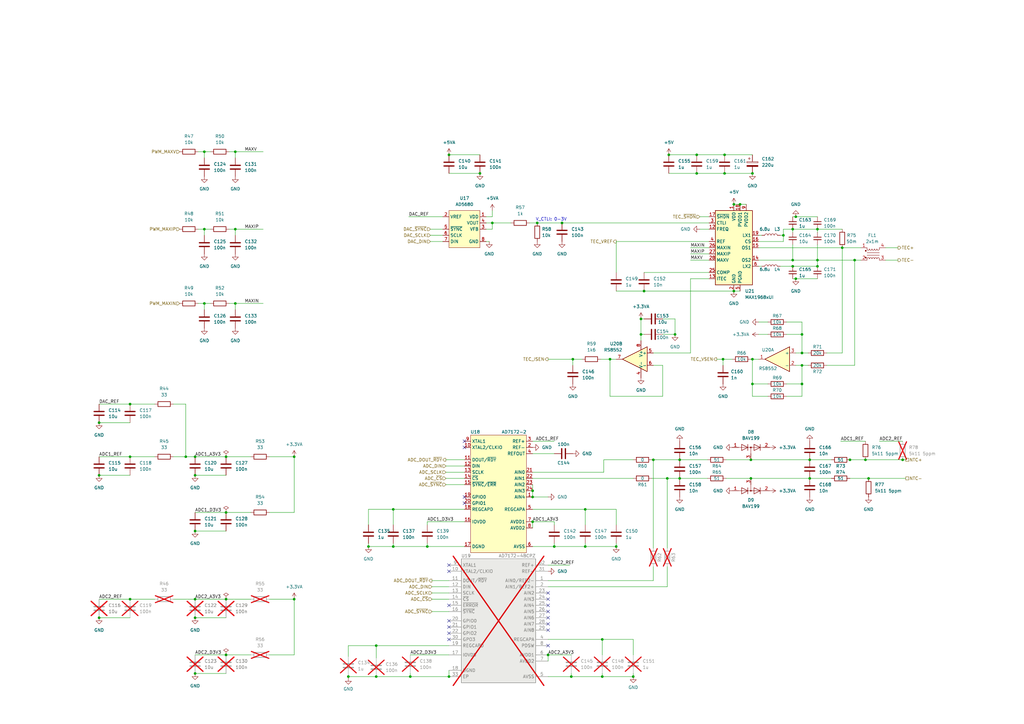
<source format=kicad_sch>
(kicad_sch (version 20230121) (generator eeschema)
  (paper "A3")
  (title_block (title "Kirdy") (date "2022-07-03") (rev "r0.3") (company "M-Labs") (comment 1 "Linus Woo Chun Kit"))
  (junction (at 300.99 119.38))
  (junction (at 267.97 188.595))
  (junction (at 350.52 106.68))
  (junction (at 297.18 63.5))
  (junction (at 274.32 63.5))
  (junction (at 300.99 83.82))
  (junction (at 201.93 91.44))
  (junction (at 252.73 224.155))
  (junction (at 96.52 62.23))
  (junction (at 53.34 245.745))
  (junction (at 161.29 208.915))
  (junction (at 92.71 268.605))
  (junction (at 325.12 106.68))
  (junction (at 234.95 147.32))
  (junction (at 83.82 62.23))
  (junction (at 40.64 173.355))
  (junction (at 80.01 217.805))
  (junction (at 120.65 187.325))
  (junction (at 40.64 253.365))
  (junction (at 120.65 245.745))
  (junction (at 218.44 213.995))
  (junction (at 154.305 277.495))
  (junction (at 328.93 149.86))
  (junction (at 354.965 188.595))
  (junction (at 296.545 147.32))
  (junction (at 218.44 203.835))
  (junction (at 184.15 277.495))
  (junction (at 161.29 224.155))
  (junction (at 234.315 277.495))
  (junction (at 308.61 71.12))
  (junction (at 247.015 262.255))
  (junction (at 92.71 210.185))
  (junction (at 325.12 93.98))
  (junction (at 80.01 276.225))
  (junction (at 230.505 91.44))
  (junction (at 262.89 137.16))
  (junction (at 285.75 71.12))
  (junction (at 348.615 188.595))
  (junction (at 308.61 157.48))
  (junction (at 259.715 277.495))
  (junction (at 326.39 114.3))
  (junction (at 250.19 147.32))
  (junction (at 92.71 245.745))
  (junction (at 83.82 93.98))
  (junction (at 80.01 187.325))
  (junction (at 83.82 124.46))
  (junction (at 175.26 224.155))
  (junction (at 278.765 188.595))
  (junction (at 80.01 194.945))
  (junction (at 321.31 96.52))
  (junction (at 92.71 187.325))
  (junction (at 53.34 187.325))
  (junction (at 218.44 201.295))
  (junction (at 168.275 277.495))
  (junction (at 80.01 253.365))
  (junction (at 184.15 63.5))
  (junction (at 240.03 224.155))
  (junction (at 335.28 109.22))
  (junction (at 345.44 101.6))
  (junction (at 273.685 196.215))
  (junction (at 278.765 196.215))
  (junction (at 328.93 137.16))
  (junction (at 96.52 93.98))
  (junction (at 227.33 224.155))
  (junction (at 154.305 264.795))
  (junction (at 220.345 91.44))
  (junction (at 96.52 124.46))
  (junction (at 303.53 83.82))
  (junction (at 40.64 194.945))
  (junction (at 332.105 188.595))
  (junction (at 328.93 157.48))
  (junction (at 307.975 188.595))
  (junction (at 325.12 109.22))
  (junction (at 196.85 71.12))
  (junction (at 356.235 196.215))
  (junction (at 262.89 130.81))
  (junction (at 240.03 208.915))
  (junction (at 307.975 196.215))
  (junction (at 328.93 144.78))
  (junction (at 370.205 188.595))
  (junction (at 151.13 224.155))
  (junction (at 264.16 119.38))
  (junction (at 76.2 187.325))
  (junction (at 80.01 245.745))
  (junction (at 335.28 93.98))
  (junction (at 276.86 137.16))
  (junction (at 142.875 277.495))
  (junction (at 308.61 147.32))
  (junction (at 285.75 63.5))
  (junction (at 297.18 71.12))
  (junction (at 335.28 106.68))
  (junction (at 332.105 196.215))
  (junction (at 224.79 268.605))
  (junction (at 53.34 165.735))
  (junction (at 326.39 88.9))
  (junction (at 247.015 277.495))
  (no_connect (at 190.5 180.975))
  (no_connect (at 184.15 248.285))
  (no_connect (at 190.5 183.515))
  (no_connect (at 190.5 203.835))
  (no_connect (at 190.5 206.375))
  (no_connect (at 224.79 243.205))
  (no_connect (at 224.79 250.825))
  (no_connect (at 184.15 234.315))
  (no_connect (at 184.15 231.775))
  (no_connect (at 224.79 264.795))
  (no_connect (at 184.15 262.255))
  (no_connect (at 224.79 255.905))
  (no_connect (at 184.15 257.175))
  (no_connect (at 184.15 259.715))
  (no_connect (at 224.79 248.285))
  (no_connect (at 224.79 253.365))
  (no_connect (at 184.15 254.635))
  (no_connect (at 224.79 258.445))
  (no_connect (at 224.79 245.745))
  (wire (pts (xy 320.04 96.52) (xy 321.31 96.52)))
  (wire (pts (xy 80.01 276.225) (xy 92.71 276.225)))
  (wire (pts (xy 274.32 63.5) (xy 285.75 63.5)))
  (wire (pts (xy 328.93 144.78) (xy 331.47 144.78)))
  (wire (pts (xy 218.44 201.295) (xy 218.44 203.835)))
  (wire (pts (xy 218.44 213.995) (xy 227.33 213.995)))
  (wire (pts (xy 224.79 147.32) (xy 234.95 147.32)))
  (wire (pts (xy 220.345 91.44) (xy 230.505 91.44)))
  (wire (pts (xy 40.64 245.745) (xy 53.34 245.745)))
  (wire (pts (xy 347.345 188.595) (xy 348.615 188.595)))
  (wire (pts (xy 308.61 147.32) (xy 311.15 147.32)))
  (wire (pts (xy 40.64 194.945) (xy 53.34 194.945)))
  (wire (pts (xy 252.73 111.76) (xy 252.73 99.06)))
  (wire (pts (xy 142.875 277.495) (xy 142.875 278.13)))
  (wire (pts (xy 182.88 198.755) (xy 190.5 198.755)))
  (wire (pts (xy 40.64 165.735) (xy 53.34 165.735)))
  (wire (pts (xy 328.93 149.86) (xy 331.47 149.86)))
  (wire (pts (xy 92.71 268.605) (xy 102.87 268.605)))
  (wire (pts (xy 182.88 191.135) (xy 190.5 191.135)))
  (wire (pts (xy 175.26 213.995) (xy 190.5 213.995)))
  (wire (pts (xy 252.73 119.38) (xy 264.16 119.38)))
  (wire (pts (xy 224.79 268.605) (xy 224.79 271.145)))
  (wire (pts (xy 53.34 245.745) (xy 63.5 245.745)))
  (wire (pts (xy 252.73 208.915) (xy 252.73 215.265)))
  (wire (pts (xy 278.765 196.215) (xy 290.195 196.215)))
  (wire (pts (xy 151.13 215.265) (xy 151.13 208.915)))
  (wire (pts (xy 110.49 187.325) (xy 120.65 187.325)))
  (wire (pts (xy 92.71 210.185) (xy 102.87 210.185)))
  (wire (pts (xy 311.15 132.08) (xy 314.96 132.08)))
  (wire (pts (xy 278.765 188.595) (xy 290.195 188.595)))
  (wire (pts (xy 199.39 93.98) (xy 201.93 93.98)))
  (wire (pts (xy 325.12 106.68) (xy 335.28 106.68)))
  (wire (pts (xy 297.18 63.5) (xy 308.61 63.5)))
  (wire (pts (xy 250.19 147.32) (xy 252.73 147.32)))
  (wire (pts (xy 285.75 71.12) (xy 297.18 71.12)))
  (wire (pts (xy 296.545 147.32) (xy 300.355 147.32)))
  (wire (pts (xy 332.105 188.595) (xy 340.995 188.595)))
  (wire (pts (xy 264.16 119.38) (xy 300.99 119.38)))
  (wire (pts (xy 176.53 99.06) (xy 181.61 99.06)))
  (wire (pts (xy 322.58 157.48) (xy 328.93 157.48)))
  (wire (pts (xy 177.165 245.745) (xy 184.15 245.745)))
  (wire (pts (xy 80.01 253.365) (xy 92.71 253.365)))
  (wire (pts (xy 71.12 245.745) (xy 80.01 245.745)))
  (wire (pts (xy 227.33 213.995) (xy 227.33 215.265)))
  (wire (pts (xy 83.82 93.98) (xy 86.36 93.98)))
  (wire (pts (xy 339.09 144.78) (xy 345.44 144.78)))
  (wire (pts (xy 271.78 162.56) (xy 271.78 149.86)))
  (wire (pts (xy 184.15 63.5) (xy 196.85 63.5)))
  (wire (pts (xy 218.44 208.915) (xy 240.03 208.915)))
  (wire (pts (xy 218.44 213.995) (xy 218.44 216.535)))
  (wire (pts (xy 151.13 208.915) (xy 161.29 208.915)))
  (wire (pts (xy 151.13 224.155) (xy 161.29 224.155)))
  (wire (pts (xy 247.015 277.495) (xy 259.715 277.495)))
  (wire (pts (xy 321.31 93.98) (xy 325.12 93.98)))
  (wire (pts (xy 350.52 106.68) (xy 350.52 149.86)))
  (wire (pts (xy 199.39 99.06) (xy 200.66 99.06)))
  (wire (pts (xy 142.875 277.495) (xy 154.305 277.495)))
  (wire (pts (xy 96.52 124.46) (xy 96.52 127)))
  (wire (pts (xy 154.305 264.795) (xy 154.305 269.875)))
  (wire (pts (xy 325.12 109.22) (xy 335.28 109.22)))
  (wire (pts (xy 287.02 88.9) (xy 290.83 88.9)))
  (wire (pts (xy 283.21 101.6) (xy 290.83 101.6)))
  (wire (pts (xy 363.22 101.6) (xy 368.3 101.6)))
  (wire (pts (xy 176.53 96.52) (xy 181.61 96.52)))
  (wire (pts (xy 271.78 149.86) (xy 267.97 149.86)))
  (wire (pts (xy 182.88 188.595) (xy 190.5 188.595)))
  (wire (pts (xy 262.89 137.16) (xy 262.89 139.7)))
  (wire (pts (xy 345.44 101.6) (xy 345.44 144.78)))
  (wire (pts (xy 326.39 144.78) (xy 328.93 144.78)))
  (wire (pts (xy 283.21 144.78) (xy 267.97 144.78)))
  (wire (pts (xy 247.65 193.675) (xy 247.65 188.595)))
  (wire (pts (xy 184.15 71.12) (xy 196.85 71.12)))
  (wire (pts (xy 311.15 101.6) (xy 345.44 101.6)))
  (wire (pts (xy 234.95 149.86) (xy 234.95 147.32)))
  (wire (pts (xy 96.52 124.46) (xy 107.95 124.46)))
  (wire (pts (xy 240.03 208.915) (xy 252.73 208.915)))
  (wire (pts (xy 234.315 276.225) (xy 234.315 277.495)))
  (wire (pts (xy 267.97 232.41) (xy 267.97 238.125)))
  (wire (pts (xy 335.28 106.68) (xy 350.52 106.68)))
  (wire (pts (xy 182.88 193.675) (xy 190.5 193.675)))
  (wire (pts (xy 325.12 95.25) (xy 325.12 93.98)))
  (wire (pts (xy 154.305 264.795) (xy 184.15 264.795)))
  (wire (pts (xy 348.615 196.215) (xy 356.235 196.215)))
  (wire (pts (xy 120.65 268.605) (xy 120.65 245.745)))
  (wire (pts (xy 199.39 88.9) (xy 201.93 88.9)))
  (wire (pts (xy 335.28 100.33) (xy 335.28 106.68)))
  (wire (pts (xy 224.79 277.495) (xy 234.315 277.495)))
  (wire (pts (xy 93.98 93.98) (xy 96.52 93.98)))
  (wire (pts (xy 264.16 130.81) (xy 262.89 130.81)))
  (wire (pts (xy 325.12 88.9) (xy 326.39 88.9)))
  (wire (pts (xy 250.19 162.56) (xy 271.78 162.56)))
  (wire (pts (xy 322.58 132.08) (xy 328.93 132.08)))
  (wire (pts (xy 273.685 232.41) (xy 273.685 240.665)))
  (wire (pts (xy 83.82 62.23) (xy 83.82 64.77)))
  (wire (pts (xy 161.29 222.885) (xy 161.29 224.155)))
  (wire (pts (xy 80.01 217.805) (xy 92.71 217.805)))
  (wire (pts (xy 307.975 196.215) (xy 332.105 196.215)))
  (wire (pts (xy 264.16 111.76) (xy 290.83 111.76)))
  (wire (pts (xy 247.015 262.255) (xy 259.715 262.255)))
  (wire (pts (xy 167.64 88.9) (xy 181.61 88.9)))
  (wire (pts (xy 246.38 147.32) (xy 250.19 147.32)))
  (wire (pts (xy 247.015 276.225) (xy 247.015 277.495)))
  (wire (pts (xy 267.97 188.595) (xy 267.97 224.79)))
  (wire (pts (xy 53.34 187.325) (xy 63.5 187.325)))
  (wire (pts (xy 240.03 222.885) (xy 240.03 224.155)))
  (wire (pts (xy 110.49 268.605) (xy 120.65 268.605)))
  (wire (pts (xy 177.165 240.665) (xy 184.15 240.665)))
  (wire (pts (xy 201.93 88.9) (xy 201.93 86.36)))
  (wire (pts (xy 311.15 106.68) (xy 325.12 106.68)))
  (wire (pts (xy 325.12 100.33) (xy 325.12 106.68)))
  (wire (pts (xy 234.95 147.32) (xy 238.76 147.32)))
  (wire (pts (xy 40.64 187.325) (xy 53.34 187.325)))
  (wire (pts (xy 177.165 250.825) (xy 184.15 250.825)))
  (wire (pts (xy 247.65 188.595) (xy 259.715 188.595)))
  (wire (pts (xy 83.82 124.46) (xy 83.82 127)))
  (wire (pts (xy 328.93 137.16) (xy 328.93 144.78)))
  (wire (pts (xy 175.26 224.155) (xy 190.5 224.155)))
  (wire (pts (xy 168.275 268.605) (xy 184.15 268.605)))
  (wire (pts (xy 177.165 243.205) (xy 184.15 243.205)))
  (wire (pts (xy 92.71 187.325) (xy 102.87 187.325)))
  (wire (pts (xy 218.44 186.055) (xy 227.33 186.055)))
  (wire (pts (xy 110.49 245.745) (xy 120.65 245.745)))
  (wire (pts (xy 247.015 262.255) (xy 247.015 268.605)))
  (wire (pts (xy 92.71 245.745) (xy 102.87 245.745)))
  (wire (pts (xy 360.68 180.975) (xy 370.205 180.975)))
  (wire (pts (xy 311.15 99.06) (xy 321.31 99.06)))
  (wire (pts (xy 267.97 188.595) (xy 278.765 188.595)))
  (wire (pts (xy 297.815 196.215) (xy 307.975 196.215)))
  (wire (pts (xy 142.875 264.795) (xy 142.875 269.24)))
  (wire (pts (xy 80.01 268.605) (xy 92.71 268.605)))
  (wire (pts (xy 96.52 93.98) (xy 96.52 96.52)))
  (wire (pts (xy 311.15 137.16) (xy 314.96 137.16)))
  (wire (pts (xy 326.39 149.86) (xy 328.93 149.86)))
  (wire (pts (xy 308.61 157.48) (xy 308.61 162.56)))
  (wire (pts (xy 53.34 165.735) (xy 63.5 165.735)))
  (wire (pts (xy 370.205 188.595) (xy 371.475 188.595)))
  (wire (pts (xy 71.12 165.735) (xy 76.2 165.735)))
  (wire (pts (xy 326.39 114.3) (xy 335.28 114.3)))
  (wire (pts (xy 325.12 114.3) (xy 326.39 114.3)))
  (wire (pts (xy 76.2 165.735) (xy 76.2 187.325)))
  (wire (pts (xy 218.44 203.835) (xy 224.79 203.835)))
  (wire (pts (xy 273.685 240.665) (xy 224.79 240.665)))
  (wire (pts (xy 154.305 277.495) (xy 168.275 277.495)))
  (wire (pts (xy 247.65 193.675) (xy 218.44 193.675)))
  (wire (pts (xy 252.73 222.885) (xy 252.73 224.155)))
  (wire (pts (xy 199.39 91.44) (xy 201.93 91.44)))
  (wire (pts (xy 328.93 162.56) (xy 328.93 157.48)))
  (wire (pts (xy 110.49 210.185) (xy 120.65 210.185)))
  (wire (pts (xy 83.82 93.98) (xy 83.82 96.52)))
  (wire (pts (xy 93.98 62.23) (xy 96.52 62.23)))
  (wire (pts (xy 230.505 91.44) (xy 290.83 91.44)))
  (wire (pts (xy 287.02 93.98) (xy 290.83 93.98)))
  (wire (pts (xy 322.58 137.16) (xy 328.93 137.16)))
  (wire (pts (xy 80.01 194.945) (xy 92.71 194.945)))
  (wire (pts (xy 177.165 238.125) (xy 184.15 238.125)))
  (wire (pts (xy 184.15 274.955) (xy 184.15 277.495)))
  (wire (pts (xy 276.86 130.81) (xy 276.86 137.16)))
  (wire (pts (xy 201.93 93.98) (xy 201.93 91.44)))
  (wire (pts (xy 218.44 180.975) (xy 227.33 180.975)))
  (wire (pts (xy 322.58 162.56) (xy 328.93 162.56)))
  (wire (pts (xy 328.93 132.08) (xy 328.93 137.16)))
  (wire (pts (xy 40.64 173.355) (xy 53.34 173.355)))
  (wire (pts (xy 176.53 93.98) (xy 181.61 93.98)))
  (wire (pts (xy 81.28 93.98) (xy 83.82 93.98)))
  (wire (pts (xy 80.01 187.325) (xy 92.71 187.325)))
  (wire (pts (xy 273.685 196.215) (xy 273.685 224.79)))
  (wire (pts (xy 273.685 196.215) (xy 278.765 196.215)))
  (wire (pts (xy 335.28 95.25) (xy 335.28 93.98)))
  (wire (pts (xy 96.52 62.23) (xy 107.95 62.23)))
  (wire (pts (xy 321.31 99.06) (xy 321.31 96.52)))
  (wire (pts (xy 175.26 222.885) (xy 175.26 224.155)))
  (wire (pts (xy 218.44 198.755) (xy 218.44 201.295)))
  (wire (pts (xy 76.2 187.325) (xy 80.01 187.325)))
  (wire (pts (xy 344.805 180.975) (xy 354.965 180.975)))
  (wire (pts (xy 120.65 210.185) (xy 120.65 187.325)))
  (wire (pts (xy 224.79 268.605) (xy 234.315 268.605)))
  (wire (pts (xy 224.79 262.255) (xy 247.015 262.255)))
  (wire (pts (xy 218.44 196.215) (xy 259.715 196.215)))
  (wire (pts (xy 271.78 137.16) (xy 276.86 137.16)))
  (wire (pts (xy 311.15 96.52) (xy 312.42 96.52)))
  (wire (pts (xy 283.21 114.3) (xy 290.83 114.3)))
  (wire (pts (xy 348.615 188.595) (xy 354.965 188.595)))
  (wire (pts (xy 96.52 93.98) (xy 107.95 93.98)))
  (wire (pts (xy 81.28 62.23) (xy 83.82 62.23)))
  (wire (pts (xy 240.03 208.915) (xy 240.03 215.265)))
  (wire (pts (xy 264.16 137.16) (xy 262.89 137.16)))
  (wire (pts (xy 321.31 96.52) (xy 321.31 93.98)))
  (wire (pts (xy 335.28 106.68) (xy 335.28 109.22)))
  (wire (pts (xy 217.17 91.44) (xy 220.345 91.44)))
  (wire (pts (xy 332.105 196.215) (xy 340.995 196.215)))
  (wire (pts (xy 335.28 93.98) (xy 345.44 93.98)))
  (wire (pts (xy 274.32 71.12) (xy 285.75 71.12)))
  (wire (pts (xy 267.335 188.595) (xy 267.97 188.595)))
  (wire (pts (xy 262.89 130.81) (xy 262.89 137.16)))
  (wire (pts (xy 168.275 277.495) (xy 184.15 277.495)))
  (wire (pts (xy 250.19 147.32) (xy 250.19 162.56)))
  (wire (pts (xy 356.235 196.215) (xy 371.475 196.215)))
  (wire (pts (xy 285.75 63.5) (xy 297.18 63.5)))
  (wire (pts (xy 182.88 196.215) (xy 190.5 196.215)))
  (wire (pts (xy 307.975 188.595) (xy 332.105 188.595)))
  (wire (pts (xy 168.275 277.495) (xy 168.275 276.225)))
  (wire (pts (xy 81.28 124.46) (xy 83.82 124.46)))
  (wire (pts (xy 300.99 83.82) (xy 303.53 83.82)))
  (wire (pts (xy 83.82 124.46) (xy 86.36 124.46)))
  (wire (pts (xy 350.52 106.68) (xy 353.06 106.68)))
  (wire (pts (xy 297.815 188.595) (xy 307.975 188.595)))
  (wire (pts (xy 283.21 114.3) (xy 283.21 144.78)))
  (wire (pts (xy 80.01 210.185) (xy 92.71 210.185)))
  (wire (pts (xy 294.005 147.32) (xy 296.545 147.32)))
  (wire (pts (xy 96.52 62.23) (xy 96.52 64.77)))
  (wire (pts (xy 345.44 101.6) (xy 353.06 101.6)))
  (wire (pts (xy 252.73 99.06) (xy 290.83 99.06)))
  (wire (pts (xy 363.22 106.68) (xy 368.3 106.68)))
  (wire (pts (xy 328.93 157.48) (xy 328.93 149.86)))
  (wire (pts (xy 314.96 157.48) (xy 308.61 157.48)))
  (wire (pts (xy 93.98 124.46) (xy 96.52 124.46)))
  (wire (pts (xy 259.715 276.225) (xy 259.715 277.495)))
  (wire (pts (xy 267.97 238.125) (xy 224.79 238.125)))
  (wire (pts (xy 227.33 222.885) (xy 227.33 224.155)))
  (wire (pts (xy 80.01 245.745) (xy 92.71 245.745)))
  (wire (pts (xy 218.44 224.155) (xy 227.33 224.155)))
  (wire (pts (xy 300.99 119.38) (xy 303.53 119.38)))
  (wire (pts (xy 307.975 147.32) (xy 308.61 147.32)))
  (wire (pts (xy 71.12 187.325) (xy 76.2 187.325)))
  (wire (pts (xy 296.545 149.86) (xy 296.545 147.32)))
  (wire (pts (xy 161.29 224.155) (xy 175.26 224.155)))
  (wire (pts (xy 308.61 157.48) (xy 308.61 147.32)))
  (wire (pts (xy 303.53 83.82) (xy 306.07 83.82)))
  (wire (pts (xy 271.78 130.81) (xy 276.86 130.81)))
  (wire (pts (xy 224.79 231.775) (xy 233.68 231.775)))
  (wire (pts (xy 201.93 91.44) (xy 209.55 91.44)))
  (wire (pts (xy 308.61 162.56) (xy 314.96 162.56)))
  (wire (pts (xy 83.82 62.23) (xy 86.36 62.23)))
  (wire (pts (xy 354.965 188.595) (xy 370.205 188.595)))
  (wire (pts (xy 161.29 208.915) (xy 161.29 215.265)))
  (wire (pts (xy 326.39 88.9) (xy 335.28 88.9)))
  (wire (pts (xy 234.315 277.495) (xy 247.015 277.495)))
  (wire (pts (xy 40.64 253.365) (xy 53.34 253.365)))
  (wire (pts (xy 311.15 109.22) (xy 312.42 109.22)))
  (wire (pts (xy 227.33 224.155) (xy 240.03 224.155)))
  (wire (pts (xy 320.04 109.22) (xy 325.12 109.22)))
  (wire (pts (xy 339.09 149.86) (xy 350.52 149.86)))
  (wire (pts (xy 297.18 71.12) (xy 308.61 71.12)))
  (wire (pts (xy 267.335 196.215) (xy 273.685 196.215)))
  (wire (pts (xy 161.29 208.915) (xy 190.5 208.915)))
  (wire (pts (xy 283.21 104.14) (xy 290.83 104.14)))
  (wire (pts (xy 283.21 106.68) (xy 290.83 106.68)))
  (wire (pts (xy 240.03 224.155) (xy 252.73 224.155)))
  (wire (pts (xy 142.875 276.86) (xy 142.875 277.495)))
  (wire (pts (xy 151.13 222.885) (xy 151.13 224.155)))
  (wire (pts (xy 154.305 264.795) (xy 142.875 264.795)))
  (wire (pts (xy 259.715 262.255) (xy 259.715 268.605)))
  (wire (pts (xy 325.12 93.98) (xy 335.28 93.98)))
  (wire (pts (xy 175.26 213.995) (xy 175.26 215.265)))
  (text "V_CTLI: 0-3V" (at 219.71 90.805 0) (effects (font (size 1.27 1.27)) (justify left bottom)))
  (label "DAC_REF" (at 167.64 88.9 0))
  (label "ADC1_D3V3" (at 175.26 213.995 0))
  (label "MAXV" (at 100.33 62.23 0))
  (label "MAXIN" (at 100.33 124.46 0))
  (label "ADC2_D3V3" (at 80.01 268.605 0))
  (label "ADC2_REF" (at 40.64 245.745 0))
  (label "ADC1_REF" (at 40.64 187.325 0))
  (label "ADC2_A3V3" (at 80.01 245.745 0))
  (label "MAXIN" (at 283.21 101.6 0))
  (label "ADC1_A3V3" (at 80.01 187.325 0))
  (label "MAXV" (at 283.21 106.68 0))
  (label "DAC_REF" (at 40.64 165.735 0))
  (label "MAXIP" (at 100.33 93.98 0))
  (label "ADC1_REF" (at 344.805 180.975 0))
  (label "ADC1_D3V3" (at 80.01 210.185 0))
  (label "ADC1_REF" (at 219.71 180.975 0))
  (label "ADC1_A3V3" (at 218.44 213.995 0))
  (label "ADC2_A3V3" (at 224.79 268.605 0))
  (label "MAXIP" (at 283.21 104.14 0))
  (label "ADC2_REF" (at 360.68 180.975 0))
  (label "ADC2_D3V3" (at 168.275 268.605 0))
  (label "ADC2_REF" (at 226.06 231.775 0))
  (hierarchical_label "ADC_DOUT_~{RDY}" (shape output) (at 182.88 188.595 180))
  (hierarchical_label "TEC+" (shape output) (at 368.3 101.6 0))
  (hierarchical_label "PWM_MAXIP" (shape input) (at 73.66 93.98 180))
  (hierarchical_label "DAC_DIN" (shape input) (at 176.53 99.06 180))
  (hierarchical_label "PWM_MAXIN" (shape input) (at 73.66 124.46 180))
  (hierarchical_label "TEC_VREF" (shape output) (at 252.73 99.06 180))
  (hierarchical_label "ADC_~{SYNC}" (shape input) (at 177.165 250.825 180))
  (hierarchical_label "TEC_~{SHDN}" (shape input) (at 287.02 88.9 180))
  (hierarchical_label "DAC_SCLK" (shape input) (at 176.53 96.52 180))
  (hierarchical_label "ADC_~{CS}" (shape input) (at 177.165 245.745 180))
  (hierarchical_label "TEC_ISEN" (shape output) (at 224.79 147.32 180))
  (hierarchical_label "ADC_~{CS}" (shape input) (at 182.88 196.215 180))
  (hierarchical_label "NTC-" (shape passive) (at 371.475 196.215 0))
  (hierarchical_label "ADC_DIN" (shape input) (at 182.88 191.135 180))
  (hierarchical_label "NTC+" (shape passive) (at 371.475 188.595 0))
  (hierarchical_label "TEC-" (shape output) (at 368.3 106.68 0))
  (hierarchical_label "PWM_MAXV" (shape input) (at 73.66 62.23 180))
  (hierarchical_label "ADC_SCLK" (shape input) (at 182.88 193.675 180))
  (hierarchical_label "ADC_DIN" (shape input) (at 177.165 240.665 180))
  (hierarchical_label "TEC_VSEN" (shape output) (at 294.005 147.32 180))
  (hierarchical_label "ADC_~{SYNC}" (shape input) (at 182.88 198.755 180))
  (hierarchical_label "ADC_DOUT_~{RDY}" (shape output) (at 177.165 238.125 180))
  (hierarchical_label "DAC_~{SYNC}" (shape input) (at 176.53 93.98 180))
  (hierarchical_label "ADC_SCLK" (shape input) (at 177.165 243.205 180))
  (symbol (lib_id "power:GND") (at 80.01 276.225 0) (unit 1)
    (property "Reference" "#PWR0104" (effects hide))
    (property "Value" "GND" (at 80.01 281.305 0))
  )
  (symbol (lib_id "power:GND") (at 80.01 194.945 0) (unit 1)
    (property "Reference" "#PWR0101" (effects hide))
    (property "Value" "GND" (at 80.01 200.025 0))
  )
  (symbol (lib_id "Device:R") (at 273.685 228.6 180) (unit 1) (dnp yes)
    (property "Reference" "R63" (at 276.225 228.6 90))
    (property "Value" "0" (at 273.685 228.6 90))
    (property "Footprint" "Resistor_SMD:R_0603_1608Metric" (effects hide))
    (property "MFR_PN" "RMCF0603ZT0R00" (effects hide))
    (property "MFR_PN_ALT" "CR0603-J/-000ELF" (effects hide))
  )
  (symbol (lib_id "Device:C") (at 240.03 219.075 0) (unit 1)
    (property "Reference" "C147" (at 243.84 217.8049 0) (effects (justify left)))
    (property "Value" "100n" (at 243.84 220.3449 0) (effects (justify left)))
    (property "Footprint" "Capacitor_SMD:C_0603_1608Metric" (effects hide))
    (property "MFR_PN" "CL10B104KB8NNWC" (effects hide))
    (property "MFR_PN_ALT" "CL10B104KB8NNNL" (effects hide))
  )
  (symbol (lib_id "Device:C") (at 175.26 219.075 0) (unit 1)
    (property "Reference" "C139" (at 179.07 217.8049 0) (effects (justify left)))
    (property "Value" "100n" (at 179.07 220.3449 0) (effects (justify left)))
    (property "Footprint" "Capacitor_SMD:C_0603_1608Metric" (effects hide))
    (property "MFR_PN" "CL10B104KB8NNWC" (effects hide))
    (property "MFR_PN_ALT" "CL10B104KB8NNNL" (effects hide))
  )
  (symbol (lib_id "kirdy:AD5680") (at 190.5 101.6 0) (unit 1)
    (property "Reference" "U17" (at 190.5 81.28 0))
    (property "Value" "AD5680" (at 190.5 83.82 0))
    (property "Footprint" "Package_TO_SOT_SMD:SOT-23-8" (effects hide))
    (property "Datasheet" "https://www.analog.com/media/en/technical-documentation/data-sheets/ad5680.pdf" (effects hide))
    (property "MFR_PN" "AD5680BRJZ" (effects hide))
  )
  (symbol (lib_id "Device:C") (at 53.34 249.555 0) (unit 1) (dnp yes)
    (property "Reference" "C119" (at 57.15 248.2849 0) (effects (justify left)))
    (property "Value" "100n" (at 57.15 250.8249 0) (effects (justify left)))
    (property "Footprint" "Capacitor_SMD:C_0603_1608Metric" (effects hide))
    (property "MFR_PN" "CL10B104KB8NNWC" (effects hide))
    (property "MFR_PN_ALT" "CL10B104KB8NNNL" (effects hide))
  )
  (symbol (lib_id "power:GND") (at 40.64 194.945 0) (unit 1)
    (property "Reference" "#PWR099" (effects hide))
    (property "Value" "GND" (at 40.64 200.025 0))
  )
  (symbol (lib_id "power:GND") (at 200.66 99.06 0) (unit 1)
    (property "Reference" "#PWR0117" (effects hide))
    (property "Value" "GND" (at 200.66 104.14 0))
  )
  (symbol (lib_id "Device:C") (at 80.01 213.995 0) (unit 1)
    (property "Reference" "C121" (at 83.82 212.7249 0) (effects (justify left)))
    (property "Value" "10u" (at 83.82 215.2649 0) (effects (justify left)))
    (property "Footprint" "Capacitor_SMD:C_0805_2012Metric" (effects hide))
    (property "MFR_PN" "CL21B106KOQNNNG" (effects hide))
    (property "MFR_PN_ALT" "CL21B106KOQNNNE" (effects hide))
  )
  (symbol (lib_id "Device:R") (at 345.44 97.79 180) (unit 1)
    (property "Reference" "R75" (at 349.25 96.52 0))
    (property "Value" "50m" (at 349.25 99.06 0))
    (property "Footprint" "Resistor_SMD:R_2010_5025Metric" (effects hide))
    (property "MFR_PN" "WSL2010R5000FEA18" (effects hide))
    (property "MFR_PN_ALT" "WSLT2010R5000FEA18" (effects hide))
  )
  (symbol (lib_id "Device:C") (at 154.305 273.685 0) (unit 1) (dnp yes)
    (property "Reference" "C136" (at 158.115 272.4149 0) (effects (justify left)))
    (property "Value" "100n" (at 158.115 274.9549 0) (effects (justify left)))
    (property "Footprint" "Capacitor_SMD:C_0603_1608Metric" (effects hide))
    (property "MFR_PN" "CL10B104KB8NNWC" (effects hide))
    (property "MFR_PN_ALT" "CL10B104KB8NNNL" (effects hide))
  )
  (symbol (lib_id "Device:C") (at 252.73 219.075 0) (unit 1)
    (property "Reference" "C150" (at 256.54 217.8049 0) (effects (justify left)))
    (property "Value" "1u" (at 256.54 220.3449 0) (effects (justify left)))
    (property "Footprint" "Capacitor_SMD:C_0603_1608Metric" (effects hide))
    (property "MFR_PN" "CL10B105KA8NNNC" (effects hide))
    (property "MFR_PN_ALT" "CGA3E1X7R1E105K080AC" (effects hide))
  )
  (symbol (lib_id "power:+3.3VA") (at 120.65 187.325 0) (unit 1)
    (property "Reference" "#PWR0111" (effects hide))
    (property "Value" "+3.3VA" (at 120.65 182.245 0))
  )
  (symbol (lib_id "power:+5V") (at 274.32 63.5 0) (unit 1)
    (property "Reference" "#PWR0130" (effects hide))
    (property "Value" "+5V" (at 274.32 58.42 0))
  )
  (symbol (lib_id "Device:R") (at 106.68 210.185 90) (unit 1)
    (property "Reference" "R54" (at 106.68 203.835 90))
    (property "Value" "33" (at 106.68 206.375 90))
    (property "Footprint" "Resistor_SMD:R_0603_1608Metric" (effects hide))
    (property "MFR_PN" "RC0603FR-0733RL" (effects hide))
    (property "MFR_PN_ALT" "CRGCQ0603F33R" (effects hide))
  )
  (symbol (lib_id "Device:Filter_EMI_LL_1423") (at 358.14 104.14 0) (mirror x) (unit 1)
    (property "Reference" "FL1" (at 357.759 96.52 0))
    (property "Value" "2x1m" (at 357.759 99.06 0))
    (property "Footprint" "Inductor_SMD:L_CommonModeChoke_Wuerth_WE-SL5" (effects hide))
    (property "MFR_PN" "744273501" (effects hide))
  )
  (symbol (lib_id "Device:R") (at 318.77 132.08 90) (unit 1)
    (property "Reference" "R67" (at 318.77 129.54 90))
    (property "Value" "10k" (at 318.77 132.08 90))
    (property "Footprint" "Resistor_SMD:R_0603_1608Metric" (effects hide))
    (property "MFR_PN" "RNCP0603FTD10K0" (effects hide))
    (property "MFR_PN_ALT" "RMCF0603FT10K0" (effects hide))
  )
  (symbol (lib_id "power:GND") (at 83.82 104.14 0) (unit 1)
    (property "Reference" "#PWR0106" (effects hide))
    (property "Value" "GND" (at 83.82 109.22 0))
  )
  (symbol (lib_id "Device:R") (at 90.17 62.23 90) (unit 1)
    (property "Reference" "R50" (at 90.17 55.88 90))
    (property "Value" "10k" (at 90.17 58.42 90))
    (property "Footprint" "Resistor_SMD:R_0603_1608Metric" (effects hide))
    (property "MFR_PN" "RNCP0603FTD10K0" (effects hide))
    (property "MFR_PN_ALT" "RMCF0603FT10K0" (effects hide))
  )
  (symbol (lib_id "Device:C") (at 296.545 153.67 0) (unit 1)
    (property "Reference" "C160" (at 299.72 152.4 0) (effects (justify left)))
    (property "Value" "1n" (at 299.72 154.94 0) (effects (justify left)))
    (property "Footprint" "Capacitor_SMD:C_0603_1608Metric" (effects hide))
    (property "MFR_PN" "0603N102G250CT" (effects hide))
  )
  (symbol (lib_id "Device:R") (at 294.005 188.595 90) (unit 1)
    (property "Reference" "R64" (at 294.005 191.135 90))
    (property "Value" "51" (at 294.005 188.595 90))
    (property "Footprint" "Resistor_SMD:R_0603_1608Metric" (effects hide))
    (property "MFR_PN" "ESR03EZPF51R0" (effects hide))
    (property "MFR_PN_ALT" "RMCF0603FT51R0" (effects hide))
  )
  (symbol (lib_id "kirdy:RS8552") (at 260.35 147.32 0) (mirror y) (unit 3)
    (property "Reference" "U20" (effects hide))
    (property "Value" "RS8552" (effects hide))
    (property "Footprint" "Package_SO:SOIC-8_3.9x4.9mm_P1.27mm" (effects hide))
    (property "Datasheet" "https://datasheet.lcsc.com/lcsc/2010160333_Jiangsu-RUNIC-Tech-RS8554XP_C236997.pdf" (effects hide))
    (property "MFR_PN" "RS8552XK" (effects hide))
  )
  (symbol (lib_id "power:GND") (at 308.61 71.12 0) (unit 1)
    (property "Reference" "#PWR0140" (effects hide))
    (property "Value" "GND" (at 308.61 76.2 0))
  )
  (symbol (lib_id "Device:R") (at 344.805 188.595 90) (unit 1)
    (property "Reference" "R73" (at 344.805 191.135 90))
    (property "Value" "51" (at 344.805 188.595 90))
    (property "Footprint" "Resistor_SMD:R_0603_1608Metric" (effects hide))
    (property "MFR_PN" "ESR03EZPF51R0" (effects hide))
    (property "MFR_PN_ALT" "RMCF0603FT51R0" (effects hide))
  )
  (symbol (lib_id "Device:R") (at 106.68 245.745 90) (unit 1) (dnp yes)
    (property "Reference" "R55" (at 106.68 239.395 90))
    (property "Value" "33" (at 106.68 241.935 90))
    (property "Footprint" "Resistor_SMD:R_0603_1608Metric" (effects hide))
    (property "MFR_PN" "RC0603FR-0733RL" (effects hide))
    (property "MFR_PN_ALT" "CRGCQ0603F33R" (effects hide))
  )
  (symbol (lib_id "power:GND") (at 311.15 132.08 270) (unit 1)
    (property "Reference" "#PWR0141" (effects hide))
    (property "Value" "GND" (at 307.34 132.0799 90) (effects (justify right)))
  )
  (symbol (lib_id "Device:R") (at 294.005 196.215 90) (unit 1)
    (property "Reference" "R65" (at 294.005 193.675 90))
    (property "Value" "51" (at 294.005 196.215 90))
    (property "Footprint" "Resistor_SMD:R_0603_1608Metric" (effects hide))
    (property "MFR_PN" "ESR03EZPF51R0" (effects hide))
    (property "MFR_PN_ALT" "RMCF0603FT51R0" (effects hide))
  )
  (symbol (lib_id "kirdy:AD7172-2") (at 204.47 205.105 0) (mirror y) (unit 1)
    (property "Reference" "U18" (at 194.945 177.165 0))
    (property "Value" "AD7172-2" (at 210.82 177.165 0))
    (property "Footprint" "Package_SO:TSSOP-24_4.4x7.8mm_P0.65mm" (effects hide))
    (property "Datasheet" "https://www.analog.com/media/en/technical-documentation/data-sheets/ad7172-2.pdf" (effects hide))
    (property "MFR_PN" "AD7172-2BRUZ" (effects hide))
  )
  (symbol (lib_id "Device:C") (at 92.71 272.415 0) (unit 1) (dnp yes)
    (property "Reference" "C130" (at 96.52 271.1449 0) (effects (justify left)))
    (property "Value" "100n" (at 96.52 273.6849 0) (effects (justify left)))
    (property "Footprint" "Capacitor_SMD:C_0603_1608Metric" (effects hide))
    (property "MFR_PN" "CL10B104KB8NNWC" (effects hide))
    (property "MFR_PN_ALT" "CL10B104KB8NNNL" (effects hide))
  )
  (symbol (lib_id "Device:C") (at 92.71 191.135 0) (unit 1)
    (property "Reference" "C127" (at 96.52 189.8649 0) (effects (justify left)))
    (property "Value" "100n" (at 96.52 192.4049 0) (effects (justify left)))
    (property "Footprint" "Capacitor_SMD:C_0603_1608Metric" (effects hide))
    (property "MFR_PN" "CL10B104KB8NNWC" (effects hide))
    (property "MFR_PN_ALT" "CL10B104KB8NNNL" (effects hide))
  )
  (symbol (lib_id "power:GND") (at 83.82 134.62 0) (unit 1)
    (property "Reference" "#PWR0107" (effects hide))
    (property "Value" "GND" (at 83.82 139.7 0))
  )
  (symbol (lib_id "Device:L") (at 316.23 109.22 90) (unit 1)
    (property "Reference" "L4" (at 318.77 110.49 90))
    (property "Value" "6.8u" (at 313.69 110.49 90))
    (property "Footprint" "Inductor_SMD:L_Wuerth_MAPI-4030" (effects hide))
    (property "MFR_PN" "74438357068" (effects hide))
  )
  (symbol (lib_id "power:GND") (at 234.95 186.055 90) (unit 1)
    (property "Reference" "#PWR0125" (effects hide))
    (property "Value" "GND" (at 238.76 186.0549 90) (effects (justify right)))
  )
  (symbol (lib_id "Device:R") (at 77.47 93.98 90) (unit 1)
    (property "Reference" "R48" (at 77.47 87.63 90))
    (property "Value" "10k" (at 77.47 90.17 90))
    (property "Footprint" "Resistor_SMD:R_0603_1608Metric" (effects hide))
    (property "MFR_PN" "RNCP0603FTD10K0" (effects hide))
    (property "MFR_PN_ALT" "RMCF0603FT10K0" (effects hide))
  )
  (symbol (lib_id "Device:R") (at 344.805 196.215 90) (unit 1)
    (property "Reference" "R74" (at 344.805 193.675 90))
    (property "Value" "51" (at 344.805 196.215 90))
    (property "Footprint" "Resistor_SMD:R_0603_1608Metric" (effects hide))
    (property "MFR_PN" "ESR03EZPF51R0" (effects hide))
    (property "MFR_PN_ALT" "RMCF0603FT51R0" (effects hide))
  )
  (symbol (lib_id "Device:C") (at 40.64 191.135 0) (unit 1)
    (property "Reference" "C115" (at 44.45 189.8649 0) (effects (justify left)))
    (property "Value" "10u" (at 44.45 192.4049 0) (effects (justify left)))
    (property "Footprint" "Capacitor_SMD:C_0805_2012Metric" (effects hide))
    (property "MFR_PN" "CL21B106KOQNNNG" (effects hide))
    (property "MFR_PN_ALT" "CL21B106KOQNNNE" (effects hide))
  )
  (symbol (lib_id "Device:C") (at 278.765 192.405 0) (unit 1)
    (property "Reference" "C157" (at 282.575 191.1349 0) (effects (justify left)))
    (property "Value" "100n" (at 282.575 193.6749 0) (effects (justify left)))
    (property "Footprint" "Capacitor_SMD:C_0603_1608Metric" (effects hide))
    (property "MFR_PN" "CL10B104KB8NNWC" (effects hide))
    (property "MFR_PN_ALT" "CL10B104KB8NNNL" (effects hide))
  )
  (symbol (lib_id "power:GND") (at 96.52 72.39 0) (unit 1)
    (property "Reference" "#PWR0108" (effects hide))
    (property "Value" "GND" (at 96.52 77.47 0))
  )
  (symbol (lib_id "Device:C") (at 297.18 67.31 0) (unit 1)
    (property "Reference" "C161" (at 300.99 66.0399 0) (effects (justify left)))
    (property "Value" "1u" (at 300.99 68.5799 0) (effects (justify left)))
    (property "Footprint" "Capacitor_SMD:C_0603_1608Metric" (effects hide))
    (property "MFR_PN" "CL10B105KA8NNNC" (effects hide))
    (property "MFR_PN_ALT" "CGA3E1X7R1E105K080AC" (effects hide))
  )
  (symbol (lib_id "Device:C") (at 285.75 67.31 0) (unit 1)
    (property "Reference" "C159" (at 289.56 66.0399 0) (effects (justify left)))
    (property "Value" "1u" (at 289.56 68.5799 0) (effects (justify left)))
    (property "Footprint" "Capacitor_SMD:C_0603_1608Metric" (effects hide))
    (property "MFR_PN" "CL10B105KA8NNNC" (effects hide))
    (property "MFR_PN_ALT" "CGA3E1X7R1E105K080AC" (effects hide))
  )
  (symbol (lib_id "Device:C") (at 40.64 169.545 0) (unit 1)
    (property "Reference" "C114" (at 44.45 168.2749 0) (effects (justify left)))
    (property "Value" "10u" (at 44.45 170.8149 0) (effects (justify left)))
    (property "Footprint" "Capacitor_SMD:C_0805_2012Metric" (effects hide))
    (property "MFR_PN" "CL21B106KOQNNNG" (effects hide))
    (property "MFR_PN_ALT" "CL21B106KOQNNNE" (effects hide))
  )
  (symbol (lib_id "Device:C") (at 267.97 137.16 90) (unit 1)
    (property "Reference" "C154" (at 271.78 135.89 90))
    (property "Value" "100n" (at 271.78 138.43 90))
    (property "Footprint" "Capacitor_SMD:C_0603_1608Metric" (effects hide))
    (property "MFR_PN" "CL10B104KB8NNWC" (effects hide))
    (property "MFR_PN_ALT" "CL10B104KB8NNNL" (effects hide))
  )
  (symbol (lib_id "Device:R") (at 67.31 245.745 90) (unit 1) (dnp yes)
    (property "Reference" "R46" (at 67.31 239.395 90))
    (property "Value" "33" (at 67.31 241.935 90))
    (property "Footprint" "Resistor_SMD:R_0603_1608Metric" (effects hide))
    (property "MFR_PN" "RC0603FR-0733RL" (effects hide))
    (property "MFR_PN_ALT" "CRGCQ0603F33R" (effects hide))
  )
  (symbol (lib_id "Device:C_Small") (at 325.12 97.79 0) (unit 1)
    (property "Reference" "C164" (at 327.66 96.5262 0) (effects (justify left)))
    (property "Value" "10u" (at 327.66 99.0662 0) (effects (justify left)))
    (property "Footprint" "Capacitor_SMD:C_0805_2012Metric" (effects hide))
    (property "MFR_PN" "CL21B106KOQNNNG" (effects hide))
    (property "MFR_PN_ALT" "CL21B106KOQNNNE" (effects hide))
  )
  (symbol (lib_id "power:GND") (at 224.79 203.835 90) (unit 1)
    (property "Reference" "#PWR0121" (effects hide))
    (property "Value" "GND" (at 228.6 203.8349 90) (effects (justify right)))
  )
  (symbol (lib_id "Device:C") (at 96.52 130.81 0) (unit 1)
    (property "Reference" "C133" (at 100.33 129.5399 0) (effects (justify left)))
    (property "Value" "100n" (at 100.33 132.0799 0) (effects (justify left)))
    (property "Footprint" "Capacitor_SMD:C_0603_1608Metric" (effects hide))
    (property "MFR_PN" "CL10B104KB8NNWC" (effects hide))
    (property "MFR_PN_ALT" "CL10B104KB8NNNL" (effects hide))
  )
  (symbol (lib_id "Device:R") (at 242.57 147.32 90) (unit 1)
    (property "Reference" "R59" (at 242.57 140.97 90))
    (property "Value" "1k6" (at 242.57 143.51 90))
    (property "Footprint" "Resistor_SMD:R_0603_1608Metric" (effects hide))
    (property "MFR_PN" "RT0603FRE071K6L" (effects hide))
    (property "MFR_PN_ALT" "RMCF0603FT1K60" (effects hide))
  )
  (symbol (lib_id "Device:R") (at 90.17 93.98 90) (unit 1)
    (property "Reference" "R51" (at 90.17 87.63 90))
    (property "Value" "10k" (at 90.17 90.17 90))
    (property "Footprint" "Resistor_SMD:R_0603_1608Metric" (effects hide))
    (property "MFR_PN" "RNCP0603FTD10K0" (effects hide))
    (property "MFR_PN_ALT" "RMCF0603FT10K0" (effects hide))
  )
  (symbol (lib_id "Device:R") (at 354.965 184.785 0) (unit 1)
    (property "Reference" "R76" (at 357.505 183.5149 0) (effects (justify left)))
    (property "Value" "5k11 5ppm" (at 357.505 186.0549 0) (effects (justify left)))
    (property "Footprint" "Resistor_SMD:R_0603_1608Metric" (effects hide))
    (property "MFR_PN" "RN73H1JTTD5111A05" (effects hide))
    (property "MFR_PN_ALT" "TNPU06035K11BZEN00" (effects hide))
  )
  (symbol (lib_id "power:GND") (at 142.875 278.13 0) (unit 1)
    (property "Reference" "#PWR0113" (effects hide))
    (property "Value" "GND" (at 142.875 282.575 0))
  )
  (symbol (lib_id "power:GND") (at 230.505 99.06 0) (unit 1)
    (property "Reference" "#PWR0123" (effects hide))
    (property "Value" "GND" (at 230.505 104.14 0))
  )
  (symbol (lib_id "Device:C") (at 168.275 272.415 0) (unit 1) (dnp yes)
    (property "Reference" "C138" (at 172.085 271.1449 0) (effects (justify left)))
    (property "Value" "100n" (at 172.085 273.6849 0) (effects (justify left)))
    (property "Footprint" "Capacitor_SMD:C_0603_1608Metric" (effects hide))
    (property "MFR_PN" "CL10B104KB8NNWC" (effects hide))
    (property "MFR_PN_ALT" "CL10B104KB8NNNL" (effects hide))
  )
  (symbol (lib_id "Device:R") (at 106.68 268.605 90) (unit 1) (dnp yes)
    (property "Reference" "R56" (at 106.68 262.255 90))
    (property "Value" "33" (at 106.68 264.795 90))
    (property "Footprint" "Resistor_SMD:R_0603_1608Metric" (effects hide))
    (property "MFR_PN" "RC0603FR-0733RL" (effects hide))
    (property "MFR_PN_ALT" "CRGCQ0603F33R" (effects hide))
  )
  (symbol (lib_id "Device:C") (at 332.105 200.025 0) (unit 1)
    (property "Reference" "C168" (at 335.915 198.7549 0) (effects (justify left)))
    (property "Value" "10n" (at 335.915 201.2949 0) (effects (justify left)))
    (property "Footprint" "Capacitor_SMD:C_0603_1608Metric" (effects hide))
    (property "MFR_PN" "0603B103K500CT" (effects hide))
    (property "MFR_PN_ALT" "CL10B103KB8NNNC" (effects hide))
  )
  (symbol (lib_id "power:GND") (at 40.64 253.365 0) (unit 1)
    (property "Reference" "#PWR0100" (effects hide))
    (property "Value" "GND" (at 40.64 258.445 0))
  )
  (symbol (lib_id "Device:C") (at 252.73 115.57 0) (unit 1)
    (property "Reference" "C149" (at 256.54 114.2999 0) (effects (justify left)))
    (property "Value" "1u" (at 256.54 116.8399 0) (effects (justify left)))
    (property "Footprint" "Capacitor_SMD:C_0603_1608Metric" (effects hide))
    (property "MFR_PN" "CL10B105KA8NNNC" (effects hide))
    (property "MFR_PN_ALT" "CGA3E1X7R1E105K080AC" (effects hide))
  )
  (symbol (lib_id "Device:C") (at 274.32 67.31 0) (unit 1)
    (property "Reference" "C155" (at 278.13 66.0399 0) (effects (justify left)))
    (property "Value" "1u" (at 278.13 68.5799 0) (effects (justify left)))
    (property "Footprint" "Capacitor_SMD:C_0603_1608Metric" (effects hide))
    (property "MFR_PN" "CL10B105KA8NNNC" (effects hide))
    (property "MFR_PN_ALT" "CGA3E1X7R1E105K080AC" (effects hide))
  )
  (symbol (lib_id "Device:C_Small") (at 325.12 111.76 0) (unit 1)
    (property "Reference" "C165" (at 327.66 110.4962 0) (effects (justify left)))
    (property "Value" "1u" (at 327.66 113.0362 0) (effects (justify left)))
    (property "Footprint" "Capacitor_SMD:C_0603_1608Metric" (effects hide))
    (property "MFR_PN" "CL10B105KA8NNNC" (effects hide))
    (property "MFR_PN_ALT" "CGA3E1X7R1E105K080AC" (effects hide))
  )
  (symbol (lib_id "Device:C") (at 184.15 67.31 0) (unit 1)
    (property "Reference" "C140" (at 187.96 66.0399 0) (effects (justify left)))
    (property "Value" "10u" (at 187.96 68.5799 0) (effects (justify left)))
    (property "Footprint" "Capacitor_SMD:C_0805_2012Metric" (effects hide))
    (property "MFR_PN" "CL21B106KOQNNNG" (effects hide))
    (property "MFR_PN_ALT" "CL21B106KOQNNNE" (effects hide))
  )
  (symbol (lib_id "power:GND") (at 252.73 224.155 0) (unit 1)
    (property "Reference" "#PWR0126" (effects hide))
    (property "Value" "GND" (at 252.73 229.235 0))
  )
  (symbol (lib_id "power:GND") (at 83.82 72.39 0) (unit 1)
    (property "Reference" "#PWR0105" (effects hide))
    (property "Value" "GND" (at 83.82 77.47 0))
  )
  (symbol (lib_id "power:GND") (at 196.85 71.12 0) (unit 1)
    (property "Reference" "#PWR0116" (effects hide))
    (property "Value" "GND" (at 196.85 76.2 0))
  )
  (symbol (lib_id "Device:R") (at 77.47 62.23 90) (unit 1)
    (property "Reference" "R47" (at 77.47 55.88 90))
    (property "Value" "10k" (at 77.47 58.42 90))
    (property "Footprint" "Resistor_SMD:R_0603_1608Metric" (effects hide))
    (property "MFR_PN" "RNCP0603FTD10K0" (effects hide))
    (property "MFR_PN_ALT" "RMCF0603FT10K0" (effects hide))
  )
  (symbol (lib_id "Device:C") (at 151.13 219.075 0) (unit 1)
    (property "Reference" "C135" (at 154.94 217.8049 0) (effects (justify left)))
    (property "Value" "1u" (at 154.94 220.3449 0) (effects (justify left)))
    (property "Footprint" "Capacitor_SMD:C_0603_1608Metric" (effects hide))
    (property "MFR_PN" "CL10B105KA8NNNC" (effects hide))
    (property "MFR_PN_ALT" "CGA3E1X7R1E105K080AC" (effects hide))
  )
  (symbol (lib_id "Device:R") (at 213.36 91.44 90) (unit 1)
    (property "Reference" "R57" (at 213.36 85.09 90))
    (property "Value" "1k" (at 213.36 87.63 90))
    (property "Footprint" "Resistor_SMD:R_0603_1608Metric" (effects hide))
    (property "MFR_PN" "RP0603BRD071KL" (effects hide))
    (property "MFR_PN_ALT" "WR06X1001FTL" (effects hide))
  )
  (symbol (lib_id "power:GND") (at 80.01 253.365 0) (unit 1)
    (property "Reference" "#PWR0103" (effects hide))
    (property "Value" "GND" (at 80.01 258.445 0))
  )
  (symbol (lib_id "power:GND") (at 300.355 183.515 270) (unit 1)
    (property "Reference" "#PWR0136" (effects hide))
    (property "Value" "GND" (at 296.545 183.5149 90) (effects (justify right)))
  )
  (symbol (lib_id "Device:R") (at 67.31 165.735 90) (unit 1)
    (property "Reference" "R44" (at 67.31 159.385 90))
    (property "Value" "33" (at 67.31 161.925 90))
    (property "Footprint" "Resistor_SMD:R_0603_1608Metric" (effects hide))
    (property "MFR_PN" "RC0603FR-0733RL" (effects hide))
    (property "MFR_PN_ALT" "CRGCQ0603F33R" (effects hide))
  )
  (symbol (lib_id "Device:C") (at 96.52 68.58 0) (unit 1)
    (property "Reference" "C131" (at 100.33 67.3099 0) (effects (justify left)))
    (property "Value" "100n" (at 100.33 69.8499 0) (effects (justify left)))
    (property "Footprint" "Capacitor_SMD:C_0603_1608Metric" (effects hide))
    (property "MFR_PN" "CL10B104KB8NNWC" (effects hide))
    (property "MFR_PN_ALT" "CL10B104KB8NNNL" (effects hide))
  )
  (symbol (lib_id "Device:R") (at 356.235 200.025 0) (unit 1)
    (property "Reference" "R77" (at 358.775 198.7549 0) (effects (justify left)))
    (property "Value" "5k11 5ppm" (at 358.775 201.2949 0) (effects (justify left)))
    (property "Footprint" "Resistor_SMD:R_0603_1608Metric" (effects hide))
    (property "MFR_PN" "RN73H1JTTD5111A05" (effects hide))
    (property "MFR_PN_ALT" "TNPU06035K11BZEN00" (effects hide))
  )
  (symbol (lib_id "Device:C") (at 80.01 191.135 0) (unit 1)
    (property "Reference" "C120" (at 83.82 189.8649 0) (effects (justify left)))
    (property "Value" "10u" (at 83.82 192.4049 0) (effects (justify left)))
    (property "Footprint" "Capacitor_SMD:C_0805_2012Metric" (effects hide))
    (property "MFR_PN" "CL21B106KOQNNNG" (effects hide))
    (property "MFR_PN_ALT" "CL21B106KOQNNNE" (effects hide))
  )
  (symbol (lib_id "Device:C") (at 196.85 67.31 0) (unit 1)
    (property "Reference" "C141" (at 200.66 66.0399 0) (effects (justify left)))
    (property "Value" "100n" (at 200.66 68.5799 0) (effects (justify left)))
    (property "Footprint" "Capacitor_SMD:C_0603_1608Metric" (effects hide))
    (property "MFR_PN" "CL10B104KB8NNWC" (effects hide))
    (property "MFR_PN_ALT" "CL10B104KB8NNNL" (effects hide))
  )
  (symbol (lib_id "power:+3.3VA") (at 262.89 130.81 0) (unit 1)
    (property "Reference" "#PWR0128" (effects hide))
    (property "Value" "+3.3VA" (at 262.89 125.73 0))
  )
  (symbol (lib_id "Device:R") (at 370.205 184.785 0) (unit 1) (dnp yes)
    (property "Reference" "R78" (at 372.745 183.5149 0) (effects (justify left)))
    (property "Value" "5k11 5ppm" (at 372.745 186.0549 0) (effects (justify left)))
    (property "Footprint" "Resistor_SMD:R_0603_1608Metric" (effects hide))
    (property "MFR_PN" "RN73H1JTTD5111A05" (effects hide))
    (property "MFR_PN_ALT" "TNPU06035K11BZEN00" (effects hide))
  )
  (symbol (lib_id "power:GND") (at 234.95 157.48 0) (unit 1)
    (property "Reference" "#PWR0124" (effects hide))
    (property "Value" "GND" (at 234.95 162.56 0))
  )
  (symbol (lib_id "Device:C_Small") (at 325.12 91.44 0) (unit 1)
    (property "Reference" "C163" (at 327.66 90.1762 0) (effects (justify left)))
    (property "Value" "1u" (at 327.66 92.7162 0) (effects (justify left)))
    (property "Footprint" "Capacitor_SMD:C_0603_1608Metric" (effects hide))
    (property "MFR_PN" "CL10B105KA8NNNC" (effects hide))
    (property "MFR_PN_ALT" "CGA3E1X7R1E105K080AC" (effects hide))
  )
  (symbol (lib_id "Device:C") (at 247.015 272.415 0) (unit 1) (dnp yes)
    (property "Reference" "C148" (at 250.825 271.1449 0) (effects (justify left)))
    (property "Value" "100n" (at 250.825 273.6849 0) (effects (justify left)))
    (property "Footprint" "Capacitor_SMD:C_0603_1608Metric" (effects hide))
    (property "MFR_PN" "CL10B104KB8NNWC" (effects hide))
    (property "MFR_PN_ALT" "CL10B104KB8NNNL" (effects hide))
  )
  (symbol (lib_id "Device:C") (at 83.82 68.58 0) (unit 1)
    (property "Reference" "C124" (at 87.63 67.3099 0) (effects (justify left)))
    (property "Value" "100n" (at 87.63 69.8499 0) (effects (justify left)))
    (property "Footprint" "Capacitor_SMD:C_0603_1608Metric" (effects hide))
    (property "MFR_PN" "CL10B104KB8NNWC" (effects hide))
    (property "MFR_PN_ALT" "CL10B104KB8NNNL" (effects hide))
  )
  (symbol (lib_id "Device:L") (at 316.23 96.52 90) (unit 1)
    (property "Reference" "L3" (at 318.77 93.98 90))
    (property "Value" "6.8u" (at 313.69 93.98 90))
    (property "Footprint" "Inductor_SMD:L_Wuerth_MAPI-4030" (effects hide))
    (property "MFR_PN" "74438357068" (effects hide))
  )
  (symbol (lib_id "Device:C") (at 80.01 272.415 0) (unit 1) (dnp yes)
    (property "Reference" "C123" (at 83.82 271.1449 0) (effects (justify left)))
    (property "Value" "10u" (at 83.82 273.6849 0) (effects (justify left)))
    (property "Footprint" "Capacitor_SMD:C_0805_2012Metric" (effects hide))
    (property "MFR_PN" "CL21B106KOQNNNG" (effects hide))
    (property "MFR_PN_ALT" "CL21B106KOQNNNE" (effects hide))
  )
  (symbol (lib_id "Device:C") (at 234.95 153.67 0) (unit 1)
    (property "Reference" "C146" (at 238.76 152.3999 0) (effects (justify left)))
    (property "Value" "100n" (at 238.76 154.9399 0) (effects (justify left)))
    (property "Footprint" "Capacitor_SMD:C_0603_1608Metric" (effects hide))
    (property "MFR_PN" "CL10B104KB8NNWC" (effects hide))
    (property "MFR_PN_ALT" "CL10B104KB8NNNL" (effects hide))
  )
  (symbol (lib_id "Device:C") (at 83.82 100.33 0) (unit 1)
    (property "Reference" "C125" (at 87.63 99.0599 0) (effects (justify left)))
    (property "Value" "100n" (at 87.63 101.5999 0) (effects (justify left)))
    (property "Footprint" "Capacitor_SMD:C_0603_1608Metric" (effects hide))
    (property "MFR_PN" "CL10B104KB8NNWC" (effects hide))
    (property "MFR_PN_ALT" "CL10B104KB8NNNL" (effects hide))
  )
  (symbol (lib_id "Diode:BAV99") (at 307.975 201.295 0) (mirror x) (unit 1)
    (property "Reference" "D9" (at 307.975 205.105 0))
    (property "Value" "BAV199" (at 307.975 207.645 0))
    (property "Footprint" "Package_TO_SOT_SMD:SOT-23" (effects hide))
    (property "Datasheet" "https://assets.nexperia.com/documents/data-sheet/BAV99_SER.pdf" (effects hide))
    (property "MFR_PN" "BAV199W-7" (effects hide))
    (property "MFR_PN_ALT" "BAV199E6327HTSA1" (effects hide))
  )
  (symbol (lib_id "Device:R") (at 335.28 144.78 90) (unit 1)
    (property "Reference" "R71" (at 335.28 142.24 90))
    (property "Value" "20k" (at 335.28 144.78 90))
    (property "Footprint" "Resistor_SMD:R_0603_1608Metric" (effects hide))
    (property "MFR_PN" "RMCF0603FT20K0" (effects hide))
    (property "MFR_PN_ALT" "RC0603FR-0720KL" (effects hide))
  )
  (symbol (lib_id "Device:C") (at 80.01 249.555 0) (unit 1) (dnp yes)
    (property "Reference" "C122" (at 83.82 248.2849 0) (effects (justify left)))
    (property "Value" "10u" (at 83.82 250.8249 0) (effects (justify left)))
    (property "Footprint" "Capacitor_SMD:C_0805_2012Metric" (effects hide))
    (property "MFR_PN" "CL21B106KOQNNNG" (effects hide))
    (property "MFR_PN_ALT" "CL21B106KOQNNNE" (effects hide))
  )
  (symbol (lib_id "power:PWR_FLAG") (at 92.71 268.605 0) (unit 1)
    (property "Reference" "#FLG018" (effects hide))
    (property "Value" "PWR_FLAG" (effects hide))
  )
  (symbol (lib_id "power:+5V") (at 300.99 83.82 0) (unit 1)
    (property "Reference" "#PWR0138" (effects hide))
    (property "Value" "+5V" (at 300.99 78.74 0))
  )
  (symbol (lib_id "Device:C") (at 92.71 213.995 0) (unit 1)
    (property "Reference" "C128" (at 96.52 212.7249 0) (effects (justify left)))
    (property "Value" "100n" (at 96.52 215.2649 0) (effects (justify left)))
    (property "Footprint" "Capacitor_SMD:C_0603_1608Metric" (effects hide))
    (property "MFR_PN" "CL10B104KB8NNWC" (effects hide))
    (property "MFR_PN_ALT" "CL10B104KB8NNNL" (effects hide))
  )
  (symbol (lib_id "power:GND") (at 218.44 183.515 90) (unit 1)
    (property "Reference" "#PWR0119" (effects hide))
    (property "Value" "GND" (at 222.25 183.5149 90) (effects (justify right)))
  )
  (symbol (lib_id "power:+3.3VA") (at 311.15 137.16 90) (unit 1)
    (property "Reference" "#PWR0142" (effects hide))
    (property "Value" "+3.3VA" (at 307.34 137.1599 90) (effects (justify left)))
  )
  (symbol (lib_id "Device:C") (at 332.105 192.405 0) (unit 1)
    (property "Reference" "C167" (at 335.915 191.1349 0) (effects (justify left)))
    (property "Value" "100n" (at 335.915 193.6749 0) (effects (justify left)))
    (property "Footprint" "Capacitor_SMD:C_0603_1608Metric" (effects hide))
    (property "MFR_PN" "CL10B104KB8NNWC" (effects hide))
    (property "MFR_PN_ALT" "CL10B104KB8NNNL" (effects hide))
  )
  (symbol (lib_id "power:GND") (at 278.765 203.835 0) (unit 1)
    (property "Reference" "#PWR0133" (effects hide))
    (property "Value" "GND" (at 278.765 208.915 0))
  )
  (symbol (lib_id "power:GND") (at 224.79 234.315 90) (unit 1)
    (property "Reference" "#PWR0122" (effects hide))
    (property "Value" "GND" (at 228.6 234.3149 90) (effects (justify right)))
  )
  (symbol (lib_id "kirdy:AD7172-4BCPZ") (at 224.79 231.775 0) (mirror y) (unit 1) (dnp yes)
    (property "Reference" "U19" (at 191.135 227.965 0))
    (property "Value" "AD7172-4BCPZ" (at 212.09 227.965 0))
    (property "Footprint" "kirdy:QFN50P500X500X80-33N-D" (effects hide))
    (property "Datasheet" "https://componentsearchengine.com/Datasheets/2/AD7172-4BCPZ.pdf" (effects hide))
    (property "MFR_PN" "AD7172-4BCPZ" (effects hide))
  )
  (symbol (lib_id "power:GND") (at 262.89 154.94 0) (unit 1)
    (property "Reference" "#PWR0129" (effects hide))
    (property "Value" "GND" (at 262.89 160.02 0))
  )
  (symbol (lib_id "Device:C") (at 278.765 200.025 0) (unit 1)
    (property "Reference" "C158" (at 282.575 198.7549 0) (effects (justify left)))
    (property "Value" "10n" (at 282.575 201.2949 0) (effects (justify left)))
    (property "Footprint" "Capacitor_SMD:C_0603_1608Metric" (effects hide))
    (property "MFR_PN" "0603B103K500CT" (effects hide))
    (property "MFR_PN_ALT" "CL10B103KB8NNNC" (effects hide))
  )
  (symbol (lib_id "Device:R") (at 267.97 228.6 180) (unit 1) (dnp yes)
    (property "Reference" "R62" (at 270.51 228.6 90))
    (property "Value" "0" (at 267.97 228.6 90))
    (property "Footprint" "Resistor_SMD:R_0603_1608Metric" (effects hide))
    (property "MFR_PN" "RMCF0603ZT0R00" (effects hide))
    (property "MFR_PN_ALT" "CR0603-J/-000ELF" (effects hide))
  )
  (symbol (lib_id "power:GND") (at 300.355 201.295 270) (unit 1)
    (property "Reference" "#PWR0137" (effects hide))
    (property "Value" "GND" (at 296.545 201.2949 90) (effects (justify right)))
  )
  (symbol (lib_id "Device:R") (at 67.31 187.325 90) (unit 1)
    (property "Reference" "R45" (at 67.31 180.975 90))
    (property "Value" "33" (at 67.31 183.515 90))
    (property "Footprint" "Resistor_SMD:R_0603_1608Metric" (effects hide))
    (property "MFR_PN" "RC0603FR-0733RL" (effects hide))
    (property "MFR_PN_ALT" "CRGCQ0603F33R" (effects hide))
  )
  (symbol (lib_id "Device:C_Small") (at 335.28 97.79 0) (unit 1)
    (property "Reference" "C170" (at 337.82 96.5262 0) (effects (justify left)))
    (property "Value" "100n" (at 337.82 99.0662 0) (effects (justify left)))
    (property "Footprint" "Capacitor_SMD:C_0603_1608Metric" (effects hide))
    (property "MFR_PN" "CL10B104KB8NNWC" (effects hide))
    (property "MFR_PN_ALT" "CL10B104KB8NNNL" (effects hide))
  )
  (symbol (lib_id "Device:C_Polarized") (at 308.61 67.31 0) (unit 1)
    (property "Reference" "C162" (at 312.42 65.1509 0) (effects (justify left)))
    (property "Value" "220u" (at 312.42 67.6909 0) (effects (justify left)))
    (property "Footprint" "Capacitor_Tantalum_SMD:CP_EIA-7343-15_Kemet-W" (effects hide))
    (property "MFR_PN" "T491D227K016AT" (effects hide))
    (property "MFR_PN_ALT" "293D227X9016E2TE3" (effects hide))
  )
  (symbol (lib_id "power:PWR_FLAG") (at 92.71 210.185 0) (unit 1)
    (property "Reference" "#FLG016" (effects hide))
    (property "Value" "PWR_FLAG" (effects hide))
  )
  (symbol (lib_id "Device:C") (at 161.29 219.075 0) (unit 1)
    (property "Reference" "C137" (at 165.1 217.8049 0) (effects (justify left)))
    (property "Value" "100n" (at 165.1 220.3449 0) (effects (justify left)))
    (property "Footprint" "Capacitor_SMD:C_0603_1608Metric" (effects hide))
    (property "MFR_PN" "CL10B104KB8NNWC" (effects hide))
    (property "MFR_PN_ALT" "CL10B104KB8NNNL" (effects hide))
  )
  (symbol (lib_id "Device:R") (at 318.77 157.48 90) (unit 1)
    (property "Reference" "R69" (at 318.77 154.94 90))
    (property "Value" "10k" (at 318.77 157.48 90))
    (property "Footprint" "Resistor_SMD:R_0603_1608Metric" (effects hide))
    (property "MFR_PN" "RNCP0603FTD10K0" (effects hide))
    (property "MFR_PN_ALT" "RMCF0603FT10K0" (effects hide))
  )
  (symbol (lib_id "power:+3.3VA") (at 315.595 183.515 270) (unit 1)
    (property "Reference" "#PWR0143" (effects hide))
    (property "Value" "+3.3VA" (at 319.405 183.5149 90) (effects (justify left)))
  )
  (symbol (lib_id "kirdy:RS8552") (at 318.77 147.32 0) (mirror y) (unit 1)
    (property "Reference" "U20" (at 314.96 143.51 0))
    (property "Value" "RS8552" (at 314.96 151.13 0))
    (property "Footprint" "Package_SO:SOIC-8_3.9x4.9mm_P1.27mm" (effects hide))
    (property "Datasheet" "https://datasheet.lcsc.com/lcsc/2010160333_Jiangsu-RUNIC-Tech-RS8554XP_C236997.pdf" (effects hide))
    (property "MFR_PN" "RS8552XK" (effects hide))
  )
  (symbol (lib_id "Device:C") (at 53.34 191.135 0) (unit 1)
    (property "Reference" "C118" (at 57.15 189.8649 0) (effects (justify left)))
    (property "Value" "100n" (at 57.15 192.4049 0) (effects (justify left)))
    (property "Footprint" "Capacitor_SMD:C_0603_1608Metric" (effects hide))
    (property "MFR_PN" "CL10B104KB8NNWC" (effects hide))
    (property "MFR_PN_ALT" "CL10B104KB8NNNL" (effects hide))
  )
  (symbol (lib_id "Device:C") (at 142.875 273.05 0) (unit 1) (dnp yes)
    (property "Reference" "C134" (at 146.685 271.7799 0) (effects (justify left)))
    (property "Value" "1u" (at 146.685 274.3199 0) (effects (justify left)))
    (property "Footprint" "Capacitor_SMD:C_0603_1608Metric" (effects hide))
    (property "MFR_PN" "CL10B105KA8NNNC" (effects hide))
    (property "MFR_PN_ALT" "CGA3E1X7R1E105K080AC" (effects hide))
  )
  (symbol (lib_id "Device:C") (at 96.52 100.33 0) (unit 1)
    (property "Reference" "C132" (at 100.33 99.0599 0) (effects (justify left)))
    (property "Value" "100n" (at 100.33 101.5999 0) (effects (justify left)))
    (property "Footprint" "Capacitor_SMD:C_0603_1608Metric" (effects hide))
    (property "MFR_PN" "CL10B104KB8NNWC" (effects hide))
    (property "MFR_PN_ALT" "CL10B104KB8NNNL" (effects hide))
  )
  (symbol (lib_id "Device:C") (at 231.14 186.055 90) (unit 1)
    (property "Reference" "C144" (at 231.14 189.865 90))
    (property "Value" "100n" (at 231.14 182.245 90))
    (property "Footprint" "Capacitor_SMD:C_0603_1608Metric" (effects hide))
    (property "MFR_PN" "CL10B104KB8NNWC" (effects hide))
    (property "MFR_PN_ALT" "CL10B104KB8NNNL" (effects hide))
  )
  (symbol (lib_id "Device:C_Small") (at 335.28 91.44 0) (unit 1)
    (property "Reference" "C169" (at 337.82 90.1762 0) (effects (justify left)))
    (property "Value" "100n" (at 337.82 92.7162 0) (effects (justify left)))
    (property "Footprint" "Capacitor_SMD:C_0603_1608Metric" (effects hide))
    (property "MFR_PN" "CL10B104KB8NNWC" (effects hide))
    (property "MFR_PN_ALT" "CL10B104KB8NNNL" (effects hide))
  )
  (symbol (lib_id "Device:C") (at 332.105 184.785 0) (unit 1)
    (property "Reference" "C166" (at 335.915 183.5149 0) (effects (justify left)))
    (property "Value" "10n" (at 335.915 186.0549 0) (effects (justify left)))
    (property "Footprint" "Capacitor_SMD:C_0603_1608Metric" (effects hide))
    (property "MFR_PN" "0603B103K500CT" (effects hide))
    (property "MFR_PN_ALT" "CL10B103KB8NNNC" (effects hide))
  )
  (symbol (lib_id "Device:R") (at 106.68 187.325 90) (unit 1)
    (property "Reference" "R53" (at 106.68 180.975 90))
    (property "Value" "33" (at 106.68 183.515 90))
    (property "Footprint" "Resistor_SMD:R_0603_1608Metric" (effects hide))
    (property "MFR_PN" "RC0603FR-0733RL" (effects hide))
    (property "MFR_PN_ALT" "CRGCQ0603F33R" (effects hide))
  )
  (symbol (lib_id "Device:R") (at 318.77 137.16 90) (unit 1)
    (property "Reference" "R68" (at 318.77 134.62 90))
    (property "Value" "10k" (at 318.77 137.16 90))
    (property "Footprint" "Resistor_SMD:R_0603_1608Metric" (effects hide))
    (property "MFR_PN" "RNCP0603FTD10K0" (effects hide))
    (property "MFR_PN_ALT" "RMCF0603FT10K0" (effects hide))
  )
  (symbol (lib_id "power:GND") (at 220.345 99.06 0) (unit 1)
    (property "Reference" "#PWR0120" (effects hide))
    (property "Value" "GND" (at 220.345 104.14 0))
  )
  (symbol (lib_id "power:GND") (at 356.235 203.835 0) (unit 1)
    (property "Reference" "#PWR0149" (effects hide))
    (property "Value" "GND" (at 356.235 208.915 0))
  )
  (symbol (lib_id "power:GND") (at 326.39 88.9 180) (unit 1)
    (property "Reference" "#PWR0145" (effects hide))
    (property "Value" "GND" (at 326.39 83.82 0))
  )
  (symbol (lib_id "power:GND") (at 296.545 157.48 0) (unit 1)
    (property "Reference" "#PWR0135" (effects hide))
    (property "Value" "GND" (at 296.545 162.56 0))
  )
  (symbol (lib_id "power:GND") (at 96.52 134.62 0) (unit 1)
    (property "Reference" "#PWR0110" (effects hide))
    (property "Value" "GND" (at 96.52 139.7 0))
  )
  (symbol (lib_id "power:GND") (at 332.105 203.835 0) (unit 1)
    (property "Reference" "#PWR0148" (effects hide))
    (property "Value" "GND" (at 332.105 208.915 0))
  )
  (symbol (lib_id "power:GND") (at 332.105 180.975 180) (unit 1)
    (property "Reference" "#PWR0147" (effects hide))
    (property "Value" "GND" (at 332.105 175.895 0))
  )
  (symbol (lib_id "Device:R") (at 90.17 124.46 90) (unit 1)
    (property "Reference" "R52" (at 90.17 118.11 90))
    (property "Value" "10k" (at 90.17 120.65 90))
    (property "Footprint" "Resistor_SMD:R_0603_1608Metric" (effects hide))
    (property "MFR_PN" "RNCP0603FTD10K0" (effects hide))
    (property "MFR_PN_ALT" "RMCF0603FT10K0" (effects hide))
  )
  (symbol (lib_id "power:+3.3VA") (at 120.65 245.745 0) (unit 1)
    (property "Reference" "#PWR0112" (effects hide))
    (property "Value" "+3.3VA" (at 120.65 240.665 0))
  )
  (symbol (lib_id "power:GND") (at 287.02 93.98 270) (unit 1)
    (property "Reference" "#PWR0134" (effects hide))
    (property "Value" "GND" (at 283.21 93.9799 90) (effects (justify right)))
  )
  (symbol (lib_id "Device:C") (at 259.715 272.415 0) (unit 1) (dnp yes)
    (property "Reference" "C151" (at 263.525 271.1449 0) (effects (justify left)))
    (property "Value" "1u" (at 263.525 273.6849 0) (effects (justify left)))
    (property "Footprint" "Capacitor_SMD:C_0603_1608Metric" (effects hide))
    (property "MFR_PN" "CL10B105KA8NNNC" (effects hide))
    (property "MFR_PN_ALT" "CGA3E1X7R1E105K080AC" (effects hide))
  )
  (symbol (lib_id "kirdy:MAX1968xUI") (at 300.99 101.6 0) (unit 1)
    (property "Reference" "U21" (at 305.5494 119.38 0) (effects (justify left)))
    (property "Value" "MAX1968xUI" (at 305.5494 121.92 0) (effects (justify left)))
    (property "Footprint" "Package_SO:HTSSOP-28-1EP_4.4x9.7mm_P0.65mm_EP2.85x5.4mm" (effects hide))
    (property "Datasheet" "https://datasheets.maximintegrated.com/en/ds/MAX1968-MAX1969.pdf" (effects hide))
    (property "MFR_PN" "MAX1968EUI+T" (effects hide))
  )
  (symbol (lib_id "power:GND") (at 300.99 119.38 0) (unit 1)
    (property "Reference" "#PWR0139" (effects hide))
    (property "Value" "GND" (at 300.99 124.46 0))
  )
  (symbol (lib_id "power:GND") (at 278.765 180.975 180) (unit 1)
    (property "Reference" "#PWR0132" (effects hide))
    (property "Value" "GND" (at 278.765 175.895 0))
  )
  (symbol (lib_id "Device:C") (at 264.16 115.57 0) (unit 1)
    (property "Reference" "C152" (at 267.97 114.2999 0) (effects (justify left)))
    (property "Value" "10n" (at 267.97 116.8399 0) (effects (justify left)))
    (property "Footprint" "Capacitor_SMD:C_0603_1608Metric" (effects hide))
    (property "MFR_PN" "0603B103K500CT" (effects hide))
    (property "MFR_PN_ALT" "CL10B103KB8NNNC" (effects hide))
  )
  (symbol (lib_id "Diode:BAV99") (at 307.975 183.515 0) (unit 1)
    (property "Reference" "D8" (at 307.975 177.165 0))
    (property "Value" "BAV199" (at 307.975 179.705 0))
    (property "Footprint" "Package_TO_SOT_SMD:SOT-23" (effects hide))
    (property "Datasheet" "https://assets.nexperia.com/documents/data-sheet/BAV99_SER.pdf" (effects hide))
    (property "MFR_PN" "BAV199W-7" (effects hide))
    (property "MFR_PN_ALT" "BAV199E6327HTSA1" (effects hide))
  )
  (symbol (lib_id "power:GND") (at 96.52 104.14 0) (unit 1)
    (property "Reference" "#PWR0109" (effects hide))
    (property "Value" "GND" (at 96.52 109.22 0))
  )
  (symbol (lib_id "Device:C") (at 53.34 169.545 0) (unit 1)
    (property "Reference" "C117" (at 57.15 168.2749 0) (effects (justify left)))
    (property "Value" "100n" (at 57.15 170.8149 0) (effects (justify left)))
    (property "Footprint" "Capacitor_SMD:C_0603_1608Metric" (effects hide))
    (property "MFR_PN" "CL10B104KB8NNWC" (effects hide))
    (property "MFR_PN_ALT" "CL10B104KB8NNNL" (effects hide))
  )
  (symbol (lib_id "Device:R") (at 220.345 95.25 180) (unit 1)
    (property "Reference" "R58" (at 222.25 93.98 0) (effects (justify right)))
    (property "Value" "10k" (at 222.25 96.52 0) (effects (justify right)))
    (property "Footprint" "Resistor_SMD:R_0603_1608Metric" (effects hide))
    (property "MFR_PN" "RNCP0603FTD10K0" (effects hide))
    (property "MFR_PN_ALT" "RMCF0603FT10K0" (effects hide))
  )
  (symbol (lib_id "power:GND") (at 151.13 224.155 0) (unit 1)
    (property "Reference" "#PWR0114" (effects hide))
    (property "Value" "GND" (at 151.13 229.235 0))
  )
  (symbol (lib_id "power:PWR_FLAG") (at 92.71 245.745 0) (unit 1)
    (property "Reference" "#FLG017" (effects hide))
    (property "Value" "PWR_FLAG" (effects hide))
  )
  (symbol (lib_id "power:GND") (at 80.01 217.805 0) (unit 1)
    (property "Reference" "#PWR0102" (effects hide))
    (property "Value" "GND" (at 80.01 222.885 0))
  )
  (symbol (lib_id "Device:C") (at 234.315 272.415 0) (unit 1) (dnp yes)
    (property "Reference" "C145" (at 238.125 271.1449 0) (effects (justify left)))
    (property "Value" "100n" (at 238.125 273.6849 0) (effects (justify left)))
    (property "Footprint" "Capacitor_SMD:C_0603_1608Metric" (effects hide))
    (property "MFR_PN" "CL10B104KB8NNWC" (effects hide))
    (property "MFR_PN_ALT" "CL10B104KB8NNNL" (effects hide))
  )
  (symbol (lib_id "Device:C") (at 267.97 130.81 90) (unit 1)
    (property "Reference" "C153" (at 271.78 129.54 90))
    (property "Value" "10u" (at 271.78 132.08 90))
    (property "Footprint" "Capacitor_SMD:C_0805_2012Metric" (effects hide))
    (property "MFR_PN" "CL21B106KOQNNNG" (effects hide))
    (property "MFR_PN_ALT" "CL21B106KOQNNNE" (effects hide))
  )
  (symbol (lib_id "Device:R") (at 263.525 196.215 90) (unit 1)
    (property "Reference" "R61" (at 263.525 198.755 90))
    (property "Value" "0" (at 263.525 196.215 90))
    (property "Footprint" "Resistor_SMD:R_0603_1608Metric" (effects hide))
    (property "MFR_PN" "RMCF0603ZT0R00" (effects hide))
    (property "MFR_PN_ALT" "CR0603-J/-000ELF" (effects hide))
  )
  (symbol (lib_id "Device:R") (at 318.77 162.56 90) (unit 1)
    (property "Reference" "R70" (at 318.77 160.02 90))
    (property "Value" "10k" (at 318.77 162.56 90))
    (property "Footprint" "Resistor_SMD:R_0603_1608Metric" (effects hide))
    (property "MFR_PN" "RNCP0603FTD10K0" (effects hide))
    (property "MFR_PN_ALT" "RMCF0603FT10K0" (effects hide))
  )
  (symbol (lib_id "Device:R") (at 304.165 147.32 90) (unit 1)
    (property "Reference" "R66" (at 304.165 144.78 90))
    (property "Value" "10k" (at 304.165 147.32 90))
    (property "Footprint" "Resistor_SMD:R_0603_1608Metric" (effects hide))
    (property "MFR_PN" "RNCP0603FTD10K0" (effects hide))
    (property "MFR_PN_ALT" "RMCF0603FT10K0" (effects hide))
  )
  (symbol (lib_id "Device:C") (at 227.33 219.075 0) (unit 1)
    (property "Reference" "C142" (at 231.14 217.8049 0) (effects (justify left)))
    (property "Value" "100n" (at 231.14 220.3449 0) (effects (justify left)))
    (property "Footprint" "Capacitor_SMD:C_0603_1608Metric" (effects hide))
    (property "MFR_PN" "CL10B104KB8NNWC" (effects hide))
    (property "MFR_PN_ALT" "CL10B104KB8NNNL" (effects hide))
  )
  (symbol (lib_id "Device:C") (at 83.82 130.81 0) (unit 1)
    (property "Reference" "C126" (at 87.63 129.5399 0) (effects (justify left)))
    (property "Value" "100n" (at 87.63 132.0799 0) (effects (justify left)))
    (property "Footprint" "Capacitor_SMD:C_0603_1608Metric" (effects hide))
    (property "MFR_PN" "CL10B104KB8NNWC" (effects hide))
    (property "MFR_PN_ALT" "CL10B104KB8NNNL" (effects hide))
  )
  (symbol (lib_id "power:+5VA") (at 201.93 86.36 0) (unit 1)
    (property "Reference" "#PWR0118" (effects hide))
    (property "Value" "+5VA" (at 201.93 81.28 0))
  )
  (symbol (lib_id "power:+3.3VA") (at 315.595 201.295 270) (unit 1)
    (property "Reference" "#PWR0144" (effects hide))
    (property "Value" "+3.3VA" (at 319.405 201.2949 90) (effects (justify left)))
  )
  (symbol (lib_id "Device:R") (at 77.47 124.46 90) (unit 1)
    (property "Reference" "R49" (at 77.47 118.11 90))
    (property "Value" "10k" (at 77.47 120.65 90))
    (property "Footprint" "Resistor_SMD:R_0603_1608Metric" (effects hide))
    (property "MFR_PN" "RNCP0603FTD10K0" (effects hide))
    (property "MFR_PN_ALT" "RMCF0603FT10K0" (effects hide))
  )
  (symbol (lib_id "Device:C_Small") (at 335.28 111.76 0) (unit 1)
    (property "Reference" "C171" (at 337.82 110.4962 0) (effects (justify left)))
    (property "Value" "100n" (at 337.82 113.0362 0) (effects (justify left)))
    (property "Footprint" "Capacitor_SMD:C_0603_1608Metric" (effects hide))
    (property "MFR_PN" "CL10B104KB8NNWC" (effects hide))
    (property "MFR_PN_ALT" "CL10B104KB8NNNL" (effects hide))
  )
  (symbol (lib_id "power:GND") (at 326.39 114.3 0) (unit 1)
    (property "Reference" "#PWR0146" (effects hide))
    (property "Value" "GND" (at 326.39 119.38 0))
  )
  (symbol (lib_id "power:GND") (at 276.86 137.16 0) (unit 1)
    (property "Reference" "#PWR0131" (effects hide))
    (property "Value" "GND" (at 276.86 142.24 0))
  )
  (symbol (lib_id "power:GND") (at 259.715 277.495 0) (unit 1)
    (property "Reference" "#PWR0127" (effects hide))
    (property "Value" "GND" (at 259.715 281.94 0))
  )
  (symbol (lib_id "Device:C") (at 278.765 184.785 0) (unit 1)
    (property "Reference" "C156" (at 282.575 183.5149 0) (effects (justify left)))
    (property "Value" "10n" (at 282.575 186.0549 0) (effects (justify left)))
    (property "Footprint" "Capacitor_SMD:C_0603_1608Metric" (effects hide))
    (property "MFR_PN" "0603B103K500CT" (effects hide))
    (property "MFR_PN_ALT" "CL10B103KB8NNNC" (effects hide))
  )
  (symbol (lib_id "Device:R") (at 335.28 149.86 90) (unit 1)
    (property "Reference" "R72" (at 335.28 152.4 90))
    (property "Value" "20k" (at 335.28 149.86 90))
    (property "Footprint" "Resistor_SMD:R_0603_1608Metric" (effects hide))
    (property "MFR_PN" "RMCF0603FT20K0" (effects hide))
    (property "MFR_PN_ALT" "RC0603FR-0720KL" (effects hide))
  )
  (symbol (lib_id "power:PWR_FLAG") (at 92.71 187.325 0) (unit 1)
    (property "Reference" "#FLG015" (effects hide))
    (property "Value" "PWR_FLAG" (effects hide))
  )
  (symbol (lib_id "kirdy:RS8552") (at 260.35 147.32 0) (mirror y) (unit 2)
    (property "Reference" "U20" (at 252.73 140.97 0))
    (property "Value" "RS8552" (at 251.46 143.51 0))
    (property "Footprint" "Package_SO:SOIC-8_3.9x4.9mm_P1.27mm" (effects hide))
    (property "Datasheet" "https://datasheet.lcsc.com/lcsc/2010160333_Jiangsu-RUNIC-Tech-RS8554XP_C236997.pdf" (effects hide))
    (property "MFR_PN" "RS8552XK" (effects hide))
  )
  (symbol (lib_id "Device:C") (at 40.64 249.555 0) (unit 1) (dnp yes)
    (property "Reference" "C116" (at 44.45 248.2849 0) (effects (justify left)))
    (property "Value" "10u" (at 44.45 250.8249 0) (effects (justify left)))
    (property "Footprint" "Capacitor_SMD:C_0805_2012Metric" (effects hide))
    (property "MFR_PN" "CL21B106KOQNNNG" (effects hide))
    (property "MFR_PN_ALT" "CL21B106KOQNNNE" (effects hide))
  )
  (symbol (lib_id "power:GND") (at 40.64 173.355 0) (unit 1)
    (property "Reference" "#PWR098" (effects hide))
    (property "Value" "GND" (at 40.64 178.435 0))
  )
  (symbol (lib_id "Device:C") (at 92.71 249.555 0) (unit 1) (dnp yes)
    (property "Reference" "C129" (at 96.52 248.2849 0) (effects (justify left)))
    (property "Value" "100n" (at 96.52 250.8249 0) (effects (justify left)))
    (property "Footprint" "Capacitor_SMD:C_0603_1608Metric" (effects hide))
    (property "MFR_PN" "CL10B104KB8NNWC" (effects hide))
    (property "MFR_PN_ALT" "CL10B104KB8NNNL" (effects hide))
  )
  (symbol (lib_id "Device:C") (at 230.505 95.25 0) (unit 1)
    (property "Reference" "C143" (at 234.315 93.9799 0) (effects (justify left)))
    (property "Value" "100n" (at 234.315 96.5199 0) (effects (justify left)))
    (property "Footprint" "Capacitor_SMD:C_0603_1608Metric" (effects hide))
    (property "MFR_PN" "CL10B104KB8NNWC" (effects hide))
    (property "MFR_PN_ALT" "CL10B104KB8NNNL" (effects hide))
  )
  (symbol (lib_id "power:+5VA") (at 184.15 63.5 0) (unit 1)
    (property "Reference" "#PWR0115" (effects hide))
    (property "Value" "+5VA" (at 181.61 58.42 0) (effects (justify left)))
  )
  (symbol (lib_id "Device:R") (at 263.525 188.595 90) (unit 1)
    (property "Reference" "R60" (at 263.525 191.135 90))
    (property "Value" "0" (at 263.525 188.595 90))
    (property "Footprint" "Resistor_SMD:R_0603_1608Metric" (effects hide))
    (property "MFR_PN" "RMCF0603ZT0R00" (effects hide))
    (property "MFR_PN_ALT" "CR0603-J/-000ELF" (effects hide))
  )
)
</source>
